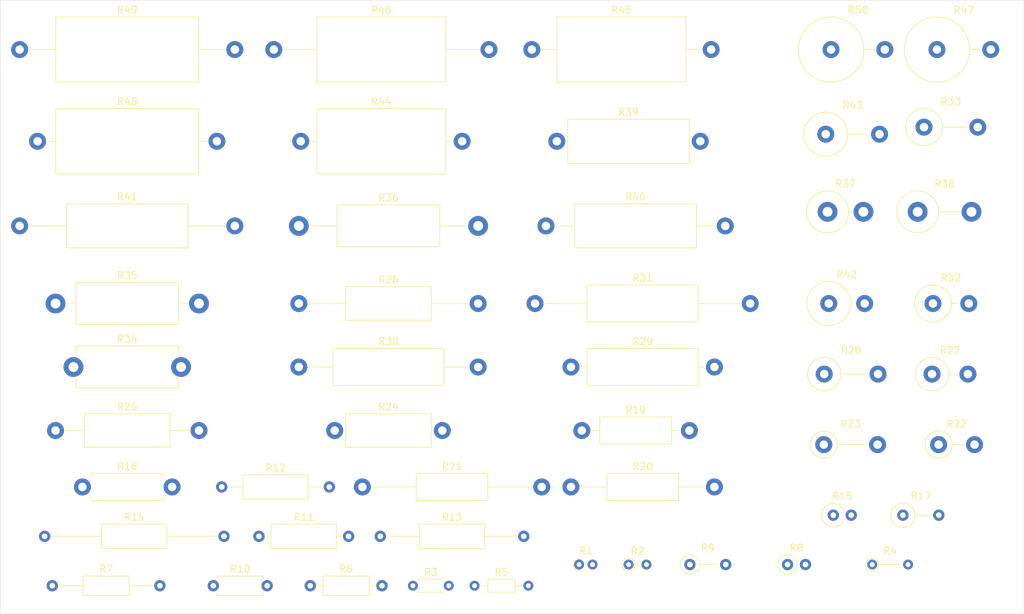
<source format=kicad_pcb>
(kicad_pcb (version 20221018) (generator pcbnew)
  (layers (0 "F.Cu" signal) (31 "B.Cu" signal) (34 "B.Paste" user) (35 "F.Paste" user) (36 "B.SilkS" user "B.Silkscreen") (37 "F.SilkS" user "F.Silkscreen") (38 "B.Mask" user) (39 "F.Mask" user) (44 "Edge.Cuts" user))
  (net 0 "")
  (footprint "Resistor_THT:R_Axial_DIN0411_L9.9mm_D3.6mm_P7.62mm_Vertical" (layer "F.Cu") (at 153.65 83)
    (fp_text reference "R23" (at 3.81 -2.92) (layer "F.SilkS"))
    (fp_text value "680k")
    (fp_line (start 1.92 0) (end 6.12 0) (stroke (width 0.12)) (layer "F.SilkS"))
    (fp_circle (center 0 0) (end 1.92 0) (stroke (width 0.12)) (fill none) (layer "F.SilkS"))
    (pad "1" thru_hole circle (at 0 0) (size 2.4 2.4) (drill 1.2) (layers "*.Cu" "*.Mask"))
    (pad "2" thru_hole oval (at 7.62 0) (size 2.4 2.4) (drill 1.2) (layers "*.Cu" "*.Mask"))
  )
  (footprint "Resistor_THT:R_Axial_DIN0411_L9.9mm_D3.6mm_P15.24mm_Horizontal" (layer "F.Cu") (at 119.38 81)
    (fp_text reference "R19" (at 7.62 -2.92) (layer "F.SilkS"))
    (fp_text value "330")
    (fp_line (start 1.44 0) (end 2.55 0) (stroke (width 0.12)) (layer "F.SilkS"))
    (fp_line (start 2.55 -1.92) (end 2.55 1.92) (stroke (width 0.12)) (layer "F.SilkS"))
    (fp_line (start 2.55 1.92) (end 12.69 1.92) (stroke (width 0.12)) (layer "F.SilkS"))
    (fp_line (start 12.69 -1.92) (end 2.55 -1.92) (stroke (width 0.12)) (layer "F.SilkS"))
    (fp_line (start 12.69 1.92) (end 12.69 -1.92) (stroke (width 0.12)) (layer "F.SilkS"))
    (fp_line (start 13.8 0) (end 12.69 0) (stroke (width 0.12)) (layer "F.SilkS"))
    (pad "1" thru_hole circle (at 0 0) (size 2.4 2.4) (drill 1.2) (layers "*.Cu" "*.Mask"))
    (pad "2" thru_hole oval (at 15.24 0) (size 2.4 2.4) (drill 1.2) (layers "*.Cu" "*.Mask"))
  )
  (footprint "Resistor_THT:R_Axial_DIN0411_L9.9mm_D3.6mm_P25.40mm_Horizontal" (layer "F.Cu") (at 88.3 89)
    (fp_text reference "R21" (at 12.7 -2.92) (layer "F.SilkS"))
    (fp_text value "1k5")
    (fp_line (start 1.44 0) (end 7.63 0) (stroke (width 0.12)) (layer "F.SilkS"))
    (fp_line (start 7.63 -1.92) (end 7.63 1.92) (stroke (width 0.12)) (layer "F.SilkS"))
    (fp_line (start 7.63 1.92) (end 17.77 1.92) (stroke (width 0.12)) (layer "F.SilkS"))
    (fp_line (start 17.77 -1.92) (end 7.63 -1.92) (stroke (width 0.12)) (layer "F.SilkS"))
    (fp_line (start 17.77 1.92) (end 17.77 -1.92) (stroke (width 0.12)) (layer "F.SilkS"))
    (fp_line (start 23.96 0) (end 17.77 0) (stroke (width 0.12)) (layer "F.SilkS"))
    (pad "1" thru_hole circle (at 0 0) (size 2.4 2.4) (drill 1.2) (layers "*.Cu" "*.Mask"))
    (pad "2" thru_hole oval (at 25.4 0) (size 2.4 2.4) (drill 1.2) (layers "*.Cu" "*.Mask"))
  )
  (footprint "Resistor_THT:R_Axial_DIN0414_L11.9mm_D4.5mm_P25.40mm_Horizontal" (layer "F.Cu") (at 79.3 63)
    (fp_text reference "R26" (at 12.7 -3.37) (layer "F.SilkS"))
    (fp_text value "0.01")
    (fp_line (start 1.44 0) (end 6.63 0) (stroke (width 0.12)) (layer "F.SilkS"))
    (fp_line (start 6.63 -2.37) (end 6.63 2.37) (stroke (width 0.12)) (layer "F.SilkS"))
    (fp_line (start 6.63 2.37) (end 18.77 2.37) (stroke (width 0.12)) (layer "F.SilkS"))
    (fp_line (start 18.77 -2.37) (end 6.63 -2.37) (stroke (width 0.12)) (layer "F.SilkS"))
    (fp_line (start 18.77 2.37) (end 18.77 -2.37) (stroke (width 0.12)) (layer "F.SilkS"))
    (fp_line (start 23.96 0) (end 18.77 0) (stroke (width 0.12)) (layer "F.SilkS"))
    (pad "1" thru_hole circle (at 0 0) (size 2.4 2.4) (drill 1.2) (layers "*.Cu" "*.Mask"))
    (pad "2" thru_hole oval (at 25.4 0) (size 2.4 2.4) (drill 1.2) (layers "*.Cu" "*.Mask"))
  )
  (footprint "Resistor_THT:R_Axial_DIN0204_L3.6mm_D1.6mm_P2.54mm_Vertical" (layer "F.Cu") (at 126 100)
    (fp_text reference "R2" (at 1.27 -1.92) (layer "F.SilkS"))
    (fp_text value "0R12")
    (fp_line (start 0.92 0) (end 1.54 0) (stroke (width 0.12)) (layer "F.SilkS"))
    (fp_circle (center 0 0) (end 0.92 0) (stroke (width 0.12)) (fill none) (layer "F.SilkS"))
    (pad "1" thru_hole circle (at 0 0) (size 1.4 1.4) (drill 0.7) (layers "*.Cu" "*.Mask"))
    (pad "2" thru_hole oval (at 2.54 0) (size 1.4 1.4) (drill 0.7) (layers "*.Cu" "*.Mask"))
  )
  (footprint "Resistor_THT:R_Axial_DIN0204_L3.6mm_D1.6mm_P1.90mm_Vertical" (layer "F.Cu") (at 119 100)
    (fp_text reference "R1" (at 0.95 -1.92) (layer "F.SilkS"))
    (fp_text value "0.01")
    (fp_arc (start 0.320095 0.749359) (mid -0.813042 -0.054435) (end 0.417133 -0.7) (stroke (width 0.12)) (layer "F.SilkS"))
    (pad "1" thru_hole circle (at 0 0) (size 1.4 1.4) (drill 0.7) (layers "*.Cu" "*.Mask"))
    (pad "2" thru_hole oval (at 1.9 0) (size 1.4 1.4) (drill 0.7) (layers "*.Cu" "*.Mask"))
  )
  (footprint "Resistor_THT:R_Axial_DIN0411_L9.9mm_D3.6mm_P20.32mm_Horizontal" (layer "F.Cu") (at 117.84 89)
    (fp_text reference "R20" (at 10.16 -2.92) (layer "F.SilkS"))
    (fp_text value "220")
    (fp_line (start 1.44 0) (end 5.09 0) (stroke (width 0.12)) (layer "F.SilkS"))
    (fp_line (start 5.09 -1.92) (end 5.09 1.92) (stroke (width 0.12)) (layer "F.SilkS"))
    (fp_line (start 5.09 1.92) (end 15.23 1.92) (stroke (width 0.12)) (layer "F.SilkS"))
    (fp_line (start 15.23 -1.92) (end 5.09 -1.92) (stroke (width 0.12)) (layer "F.SilkS"))
    (fp_line (start 15.23 1.92) (end 15.23 -1.92) (stroke (width 0.12)) (layer "F.SilkS"))
    (fp_line (start 18.88 0) (end 15.23 0) (stroke (width 0.12)) (layer "F.SilkS"))
    (pad "1" thru_hole circle (at 0 0) (size 2.4 2.4) (drill 1.2) (layers "*.Cu" "*.Mask"))
    (pad "2" thru_hole oval (at 20.32 0) (size 2.4 2.4) (drill 1.2) (layers "*.Cu" "*.Mask"))
  )
  (footprint "Resistor_THT:R_Axial_DIN0309_L9.0mm_D3.2mm_P20.32mm_Horizontal" (layer "F.Cu") (at 90.84 96)
    (fp_text reference "R13" (at 10.16 -2.72) (layer "F.SilkS"))
    (fp_text value "91.2G")
    (fp_line (start 1.04 0) (end 5.54 0) (stroke (width 0.12)) (layer "F.SilkS"))
    (fp_line (start 5.54 -1.72) (end 5.54 1.72) (stroke (width 0.12)) (layer "F.SilkS"))
    (fp_line (start 5.54 1.72) (end 14.78 1.72) (stroke (width 0.12)) (layer "F.SilkS"))
    (fp_line (start 14.78 -1.72) (end 5.54 -1.72) (stroke (width 0.12)) (layer "F.SilkS"))
    (fp_line (start 14.78 1.72) (end 14.78 -1.72) (stroke (width 0.12)) (layer "F.SilkS"))
    (fp_line (start 19.28 0) (end 14.78 0) (stroke (width 0.12)) (layer "F.SilkS"))
    (pad "1" thru_hole circle (at 0 0) (size 1.6 1.6) (drill 0.8) (layers "*.Cu" "*.Mask"))
    (pad "2" thru_hole oval (at 20.32 0) (size 1.6 1.6) (drill 0.8) (layers "*.Cu" "*.Mask"))
  )
  (footprint "Resistor_THT:R_Axial_DIN0207_L6.3mm_D2.5mm_P7.62mm_Horizontal" (layer "F.Cu") (at 67.19 103)
    (fp_text reference "R10" (at 3.81 -2.37) (layer "F.SilkS"))
    (fp_text value "78.9M")
    (fp_line (start 0.54 -1.37) (end 7.08 -1.37) (stroke (width 0.12)) (layer "F.SilkS"))
    (fp_line (start 0.54 -1.04) (end 0.54 -1.37) (stroke (width 0.12)) (layer "F.SilkS"))
    (fp_line (start 0.54 1.04) (end 0.54 1.37) (stroke (width 0.12)) (layer "F.SilkS"))
    (fp_line (start 0.54 1.37) (end 7.08 1.37) (stroke (width 0.12)) (layer "F.SilkS"))
    (fp_line (start 7.08 -1.37) (end 7.08 -1.04) (stroke (width 0.12)) (layer "F.SilkS"))
    (fp_line (start 7.08 1.37) (end 7.08 1.04) (stroke (width 0.12)) (layer "F.SilkS"))
    (pad "1" thru_hole circle (at 0 0) (size 1.6 1.6) (drill 0.8) (layers "*.Cu" "*.Mask"))
    (pad "2" thru_hole oval (at 7.62 0) (size 1.6 1.6) (drill 0.8) (layers "*.Cu" "*.Mask"))
  )
  (footprint "Resistor_THT:R_Axial_DIN0617_L17.0mm_D6.0mm_P20.32mm_Horizontal" (layer "F.Cu") (at 115.84 40)
    (fp_text reference "R39" (at 10.16 -4.12) (layer "F.SilkS"))
    (fp_text value "678.9G")
    (fp_line (start 1.44 0) (end 1.54 0) (stroke (width 0.12)) (layer "F.SilkS"))
    (fp_line (start 1.54 -3.12) (end 1.54 3.12) (stroke (width 0.12)) (layer "F.SilkS"))
    (fp_line (start 1.54 3.12) (end 18.78 3.12) (stroke (width 0.12)) (layer "F.SilkS"))
    (fp_line (start 18.78 -3.12) (end 1.54 -3.12) (stroke (width 0.12)) (layer "F.SilkS"))
    (fp_line (start 18.78 3.12) (end 18.78 -3.12) (stroke (width 0.12)) (layer "F.SilkS"))
    (fp_line (start 18.88 0) (end 18.78 0) (stroke (width 0.12)) (layer "F.SilkS"))
    (pad "1" thru_hole circle (at 0 0) (size 2.4 2.4) (drill 1.2) (layers "*.Cu" "*.Mask"))
    (pad "2" thru_hole oval (at 20.32 0) (size 2.4 2.4) (drill 1.2) (layers "*.Cu" "*.Mask"))
  )
  (footprint "Resistor_THT:R_Axial_DIN0414_L11.9mm_D4.5mm_P20.32mm_Horizontal" (layer "F.Cu") (at 44.84 81)
    (fp_text reference "R25" (at 10.16 -3.37) (layer "F.SilkS"))
    (fp_text value "33k")
    (fp_line (start 1.44 0) (end 4.09 0) (stroke (width 0.12)) (layer "F.SilkS"))
    (fp_line (start 4.09 -2.37) (end 4.09 2.37) (stroke (width 0.12)) (layer "F.SilkS"))
    (fp_line (start 4.09 2.37) (end 16.23 2.37) (stroke (width 0.12)) (layer "F.SilkS"))
    (fp_line (start 16.23 -2.37) (end 4.09 -2.37) (stroke (width 0.12)) (layer "F.SilkS"))
    (fp_line (start 16.23 2.37) (end 16.23 -2.37) (stroke (width 0.12)) (layer "F.SilkS"))
    (fp_line (start 18.88 0) (end 16.23 0) (stroke (width 0.12)) (layer "F.SilkS"))
    (pad "1" thru_hole circle (at 0 0) (size 2.4 2.4) (drill 1.2) (layers "*.Cu" "*.Mask"))
    (pad "2" thru_hole oval (at 20.32 0) (size 2.4 2.4) (drill 1.2) (layers "*.Cu" "*.Mask"))
  )
  (footprint "Resistor_THT:R_Axial_DIN0414_L11.9mm_D4.5mm_P15.24mm_Horizontal" (layer "F.Cu") (at 84.38 81)
    (fp_text reference "R24" (at 7.62 -3.37) (layer "F.SilkS"))
    (fp_text value "1M")
    (fp_line (start 1.44 0) (end 1.55 0) (stroke (width 0.12)) (layer "F.SilkS"))
    (fp_line (start 1.55 -2.37) (end 1.55 2.37) (stroke (width 0.12)) (layer "F.SilkS"))
    (fp_line (start 1.55 2.37) (end 13.69 2.37) (stroke (width 0.12)) (layer "F.SilkS"))
    (fp_line (start 13.69 -2.37) (end 1.55 -2.37) (stroke (width 0.12)) (layer "F.SilkS"))
    (fp_line (start 13.69 2.37) (end 13.69 -2.37) (stroke (width 0.12)) (layer "F.SilkS"))
    (fp_line (start 13.8 0) (end 13.69 0) (stroke (width 0.12)) (layer "F.SilkS"))
    (pad "1" thru_hole circle (at 0 0) (size 2.4 2.4) (drill 1.2) (layers "*.Cu" "*.Mask"))
    (pad "2" thru_hole oval (at 15.24 0) (size 2.4 2.4) (drill 1.2) (layers "*.Cu" "*.Mask"))
  )
  (footprint "Resistor_THT:R_Axial_DIN0516_L15.5mm_D5.0mm_P30.48mm_Horizontal" (layer "F.Cu") (at 112.755 63)
    (fp_text reference "R31" (at 15.24 -3.62) (layer "F.SilkS"))
    (fp_text value "5678")
    (fp_line (start 1.44 0) (end 7.37 0) (stroke (width 0.12)) (layer "F.SilkS"))
    (fp_line (start 7.37 -2.62) (end 7.37 2.62) (stroke (width 0.12)) (layer "F.SilkS"))
    (fp_line (start 7.37 2.62) (end 23.11 2.62) (stroke (width 0.12)) (layer "F.SilkS"))
    (fp_line (start 23.11 -2.62) (end 7.37 -2.62) (stroke (width 0.12)) (layer "F.SilkS"))
    (fp_line (start 23.11 2.62) (end 23.11 -2.62) (stroke (width 0.12)) (layer "F.SilkS"))
    (fp_line (start 29.04 0) (end 23.11 0) (stroke (width 0.12)) (layer "F.SilkS"))
    (pad "1" thru_hole circle (at 0 0) (size 2.4 2.4) (drill 1.2) (layers "*.Cu" "*.Mask"))
    (pad "2" thru_hole oval (at 30.48 0) (size 2.4 2.4) (drill 1.2) (layers "*.Cu" "*.Mask"))
  )
  (footprint "Resistor_THT:R_Axial_DIN0207_L6.3mm_D2.5mm_P10.16mm_Horizontal" (layer "F.Cu") (at 80.92 103)
    (fp_text reference "R6" (at 5.08 -2.37) (layer "F.SilkS"))
    (fp_text value "3k45")
    (fp_line (start 1.04 0) (end 1.81 0) (stroke (width 0.12)) (layer "F.SilkS"))
    (fp_line (start 1.81 -1.37) (end 1.81 1.37) (stroke (width 0.12)) (layer "F.SilkS"))
    (fp_line (start 1.81 1.37) (end 8.35 1.37) (stroke (width 0.12)) (layer "F.SilkS"))
    (fp_line (start 8.35 -1.37) (end 1.81 -1.37) (stroke (width 0.12)) (layer "F.SilkS"))
    (fp_line (start 8.35 1.37) (end 8.35 -1.37) (stroke (width 0.12)) (layer "F.SilkS"))
    (fp_line (start 9.12 0) (end 8.35 0) (stroke (width 0.12)) (layer "F.SilkS"))
    (pad "1" thru_hole circle (at 0 0) (size 1.6 1.6) (drill 0.8) (layers "*.Cu" "*.Mask"))
    (pad "2" thru_hole oval (at 10.16 0) (size 1.6 1.6) (drill 0.8) (layers "*.Cu" "*.Mask"))
  )
  (footprint "Resistor_THT:R_Axial_DIN0411_L9.9mm_D3.6mm_P12.70mm_Horizontal" (layer "F.Cu") (at 48.65 89)
    (fp_text reference "R18" (at 6.35 -2.92) (layer "F.SilkS"))
    (fp_text value "68k")
    (fp_line (start 1.28 -1.92) (end 11.42 -1.92) (stroke (width 0.12)) (layer "F.SilkS"))
    (fp_line (start 1.28 -1.44) (end 1.28 -1.92) (stroke (width 0.12)) (layer "F.SilkS"))
    (fp_line (start 1.28 1.44) (end 1.28 1.92) (stroke (width 0.12)) (layer "F.SilkS"))
    (fp_line (start 1.28 1.92) (end 11.42 1.92) (stroke (width 0.12)) (layer "F.SilkS"))
    (fp_line (start 11.42 -1.92) (end 11.42 -1.44) (stroke (width 0.12)) (layer "F.SilkS"))
    (fp_line (start 11.42 1.92) (end 11.42 1.44) (stroke (width 0.12)) (layer "F.SilkS"))
    (pad "1" thru_hole circle (at 0 0) (size 2.4 2.4) (drill 1.2) (layers "*.Cu" "*.Mask"))
    (pad "2" thru_hole oval (at 12.7 0) (size 2.4 2.4) (drill 1.2) (layers "*.Cu" "*.Mask"))
  )
  (footprint "Resistor_THT:R_Axial_DIN0918_L18.0mm_D9.0mm_P25.40mm_Horizontal" (layer "F.Cu") (at 112.3 27)
    (fp_text reference "R45" (at 12.7 -5.62) (layer "F.SilkS"))
    (fp_text value "23.4")
    (fp_line (start 1.44 0) (end 3.58 0) (stroke (width 0.12)) (layer "F.SilkS"))
    (fp_line (start 3.58 -4.62) (end 3.58 4.62) (stroke (width 0.12)) (layer "F.SilkS"))
    (fp_line (start 3.58 4.62) (end 21.82 4.62) (stroke (width 0.12)) (layer "F.SilkS"))
    (fp_line (start 21.82 -4.62) (end 3.58 -4.62) (stroke (width 0.12)) (layer "F.SilkS"))
    (fp_line (start 21.82 4.62) (end 21.82 -4.62) (stroke (width 0.12)) (layer "F.SilkS"))
    (fp_line (start 23.96 0) (end 21.82 0) (stroke (width 0.12)) (layer "F.SilkS"))
    (pad "1" thru_hole circle (at 0 0) (size 2.4 2.4) (drill 1.2) (layers "*.Cu" "*.Mask"))
    (pad "2" thru_hole oval (at 25.4 0) (size 2.4 2.4) (drill 1.2) (layers "*.Cu" "*.Mask"))
  )
  (footprint "Resistor_THT:R_Axial_DIN0516_L15.5mm_D5.0mm_P25.40mm_Horizontal" (layer "F.Cu") (at 79.3 72)
    (fp_text reference "R30" (at 12.7 -3.62) (layer "F.SilkS"))
    (fp_text value "567.8")
    (fp_line (start 1.44 0) (end 4.83 0) (stroke (width 0.12)) (layer "F.SilkS"))
    (fp_line (start 4.83 -2.62) (end 4.83 2.62) (stroke (width 0.12)) (layer "F.SilkS"))
    (fp_line (start 4.83 2.62) (end 20.57 2.62) (stroke (width 0.12)) (layer "F.SilkS"))
    (fp_line (start 20.57 -2.62) (end 4.83 -2.62) (stroke (width 0.12)) (layer "F.SilkS"))
    (fp_line (start 20.57 2.62) (end 20.57 -2.62) (stroke (width 0.12)) (layer "F.SilkS"))
    (fp_line (start 23.96 0) (end 20.57 0) (stroke (width 0.12)) (layer "F.SilkS"))
    (pad "1" thru_hole circle (at 0 0) (size 2.4 2.4) (drill 1.2) (layers "*.Cu" "*.Mask"))
    (pad "2" thru_hole oval (at 25.4 0) (size 2.4 2.4) (drill 1.2) (layers "*.Cu" "*.Mask"))
  )
  (footprint "Resistor_THT:R_Axial_DIN0614_L14.3mm_D5.7mm_P7.62mm_Vertical" (layer "F.Cu") (at 166.95 50)
    (fp_text reference "R38" (at 3.81 -3.97) (layer "F.SilkS"))
    (fp_text value "67.89G")
    (fp_line (start 2.97 0) (end 5.92 0) (stroke (width 0.12)) (layer "F.SilkS"))
    (fp_circle (center 0 0) (end 2.97 0) (stroke (width 0.12)) (fill none) (layer "F.SilkS"))
    (pad "1" thru_hole circle (at 0 0) (size 2.8 2.8) (drill 1.4) (layers "*.Cu" "*.Mask"))
    (pad "2" thru_hole oval (at 7.62 0) (size 2.8 2.8) (drill 1.4) (layers "*.Cu" "*.Mask"))
  )
  (footprint "Resistor_THT:R_Axial_DIN0617_L17.0mm_D6.0mm_P7.62mm_Vertical" (layer "F.Cu") (at 153.93 39)
    (fp_text reference "R43" (at 3.81 -4.12) (layer "F.SilkS"))
    (fp_text value "511k")
    (fp_line (start 3.12 0) (end 6.12 0) (stroke (width 0.12)) (layer "F.SilkS"))
    (fp_circle (center 0 0) (end 3.12 0) (stroke (width 0.12)) (fill none) (layer "F.SilkS"))
    (pad "1" thru_hole circle (at 0 0) (size 2.4 2.4) (drill 1.2) (layers "*.Cu" "*.Mask"))
    (pad "2" thru_hole oval (at 7.62 0) (size 2.4 2.4) (drill 1.2) (layers "*.Cu" "*.Mask"))
  )
  (footprint "Resistor_THT:R_Axial_DIN0614_L14.3mm_D5.7mm_P5.08mm_Vertical" (layer "F.Cu") (at 154.185 50)
    (fp_text reference "R37" (at 2.54 -3.97) (layer "F.SilkS"))
    (fp_text value "6.789G")
    (fp_line (start 2.97 0) (end 3.38 0) (stroke (width 0.12)) (layer "F.SilkS"))
    (fp_circle (center 0 0) (end 2.97 0) (stroke (width 0.12)) (fill none) (layer "F.SilkS"))
    (pad "1" thru_hole circle (at 0 0) (size 2.8 2.8) (drill 1.4) (layers "*.Cu" "*.Mask"))
    (pad "2" thru_hole oval (at 5.08 0) (size 2.8 2.8) (drill 1.4) (layers "*.Cu" "*.Mask"))
  )
  (footprint "Resistor_THT:R_Axial_DIN0309_L9.0mm_D3.2mm_P15.24mm_Horizontal" (layer "F.Cu") (at 68.38 89)
    (fp_text reference "R12" (at 7.62 -2.72) (layer "F.SilkS"))
    (fp_text value "9.12G")
    (fp_line (start 1.04 0) (end 3 0) (stroke (width 0.12)) (layer "F.SilkS"))
    (fp_line (start 3 -1.72) (end 3 1.72) (stroke (width 0.12)) (layer "F.SilkS"))
    (fp_line (start 3 1.72) (end 12.24 1.72) (stroke (width 0.12)) (layer "F.SilkS"))
    (fp_line (start 12.24 -1.72) (end 3 -1.72) (stroke (width 0.12)) (layer "F.SilkS"))
    (fp_line (start 12.24 1.72) (end 12.24 -1.72) (stroke (width 0.12)) (layer "F.SilkS"))
    (fp_line (start 14.2 0) (end 12.24 0) (stroke (width 0.12)) (layer "F.SilkS"))
    (pad "1" thru_hole circle (at 0 0) (size 1.6 1.6) (drill 0.8) (layers "*.Cu" "*.Mask"))
    (pad "2" thru_hole oval (at 15.24 0) (size 1.6 1.6) (drill 0.8) (layers "*.Cu" "*.Mask"))
  )
  (footprint "Resistor_THT:R_Axial_DIN0207_L6.3mm_D2.5mm_P5.08mm_Vertical" (layer "F.Cu") (at 134.685 100)
    (fp_text reference "R9" (at 2.54 -2.37) (layer "F.SilkS"))
    (fp_text value "6M87")
    (fp_line (start 1.37 0) (end 3.98 0) (stroke (width 0.12)) (layer "F.SilkS"))
    (fp_circle (center 0 0) (end 1.37 0) (stroke (width 0.12)) (fill none) (layer "F.SilkS"))
    (pad "1" thru_hole circle (at 0 0) (size 1.6 1.6) (drill 0.8) (layers "*.Cu" "*.Mask"))
    (pad "2" thru_hole oval (at 5.08 0) (size 1.6 1.6) (drill 0.8) (layers "*.Cu" "*.Mask"))
  )
  (footprint "Resistor_THT:R_Axial_DIN0414_L11.9mm_D4.5mm_P7.62mm_Vertical" (layer "F.Cu") (at 153.715 73)
    (fp_text reference "R28" (at 3.81 -3.37) (layer "F.SilkS"))
    (fp_text value "1.23")
    (fp_line (start 2.37 0) (end 6.12 0) (stroke (width 0.12)) (layer "F.SilkS"))
    (fp_circle (center 0 0) (end 2.37 0) (stroke (width 0.12)) (fill none) (layer "F.SilkS"))
    (pad "1" thru_hole circle (at 0 0) (size 2.4 2.4) (drill 1.2) (layers "*.Cu" "*.Mask"))
    (pad "2" thru_hole oval (at 7.62 0) (size 2.4 2.4) (drill 1.2) (layers "*.Cu" "*.Mask"))
  )
  (footprint "Resistor_THT:R_Axial_DIN0922_L20.0mm_D9.0mm_P7.62mm_Vertical" (layer "F.Cu") (at 154.68 27)
    (fp_text reference "R50" (at 3.81 -5.62) (layer "F.SilkS"))
    (fp_text value "2340000")
    (fp_line (start 4.62 0) (end 6.12 0) (stroke (width 0.12)) (layer "F.SilkS"))
    (fp_circle (center 0 0) (end 4.62 0) (stroke (width 0.12)) (fill none) (layer "F.SilkS"))
    (pad "1" thru_hole circle (at 0 0) (size 2.4 2.4) (drill 1.2) (layers "*.Cu" "*.Mask"))
    (pad "2" thru_hole oval (at 7.62 0) (size 2.4 2.4) (drill 1.2) (layers "*.Cu" "*.Mask"))
  )
  (footprint "Resistor_THT:R_Axial_DIN0204_L3.6mm_D1.6mm_P7.62mm_Horizontal" (layer "F.Cu") (at 104.19 103)
    (fp_text reference "R5" (at 3.81 -1.92) (layer "F.SilkS"))
    (fp_text value "345")
    (fp_line (start 0.94 0) (end 1.89 0) (stroke (width 0.12)) (layer "F.SilkS"))
    (fp_line (start 1.89 -0.92) (end 1.89 0.92) (stroke (width 0.12)) (layer "F.SilkS"))
    (fp_line (start 1.89 0.92) (end 5.73 0.92) (stroke (width 0.12)) (layer "F.SilkS"))
    (fp_line (start 5.73 -0.92) (end 1.89 -0.92) (stroke (width 0.12)) (layer "F.SilkS"))
    (fp_line (start 5.73 0.92) (end 5.73 -0.92) (stroke (width 0.12)) (layer "F.SilkS"))
    (fp_line (start 6.68 0) (end 5.73 0) (stroke (width 0.12)) (layer "F.SilkS"))
    (pad "1" thru_hole circle (at 0 0) (size 1.4 1.4) (drill 0.7) (layers "*.Cu" "*.Mask"))
    (pad "2" thru_hole oval (at 7.62 0) (size 1.4 1.4) (drill 0.7) (layers "*.Cu" "*.Mask"))
  )
  (footprint "Resistor_THT:R_Axial_DIN0614_L14.3mm_D5.7mm_P15.24mm_Horizontal" (layer "F.Cu") (at 47.38 72)
    (fp_text reference "R34" (at 7.62 -3.97) (layer "F.SilkS"))
    (fp_text value "6789000")
    (fp_line (start 0.35 -2.97) (end 14.89 -2.97) (stroke (width 0.12)) (layer "F.SilkS"))
    (fp_line (start 0.35 -1.64) (end 0.35 -2.97) (stroke (width 0.12)) (layer "F.SilkS"))
    (fp_line (start 0.35 1.64) (end 0.35 2.97) (stroke (width 0.12)) (layer "F.SilkS"))
    (fp_line (start 0.35 2.97) (end 14.89 2.97) (stroke (width 0.12)) (layer "F.SilkS"))
    (fp_line (start 14.89 -2.97) (end 14.89 -1.64) (stroke (width 0.12)) (layer "F.SilkS"))
    (fp_line (start 14.89 2.97) (end 14.89 1.64) (stroke (width 0.12)) (layer "F.SilkS"))
    (pad "1" thru_hole circle (at 0 0) (size 2.8 2.8) (drill 1.4) (layers "*.Cu" "*.Mask"))
    (pad "2" thru_hole oval (at 15.24 0) (size 2.8 2.8) (drill 1.4) (layers "*.Cu" "*.Mask"))
  )
  (footprint "Resistor_THT:R_Axial_DIN0614_L14.3mm_D5.7mm_P20.32mm_Horizontal" (layer "F.Cu") (at 44.84 63)
    (fp_text reference "R35" (at 10.16 -3.97) (layer "F.SilkS"))
    (fp_text value "67890000")
    (fp_line (start 1.64 0) (end 2.89 0) (stroke (width 0.12)) (layer "F.SilkS"))
    (fp_line (start 2.89 -2.97) (end 2.89 2.97) (stroke (width 0.12)) (layer "F.SilkS"))
    (fp_line (start 2.89 2.97) (end 17.43 2.97) (stroke (width 0.12)) (layer "F.SilkS"))
    (fp_line (start 17.43 -2.97) (end 2.89 -2.97) (stroke (width 0.12)) (layer "F.SilkS"))
    (fp_line (start 17.43 2.97) (end 17.43 -2.97) (stroke (width 0.12)) (layer "F.SilkS"))
    (fp_line (start 18.68 0) (end 17.43 0) (stroke (width 0.12)) (layer "F.SilkS"))
    (pad "1" thru_hole circle (at 0 0) (size 2.8 2.8) (drill 1.4) (layers "*.Cu" "*.Mask"))
    (pad "2" thru_hole oval (at 20.32 0) (size 2.8 2.8) (drill 1.4) (layers "*.Cu" "*.Mask"))
  )
  (footprint "Resistor_THT:R_Axial_DIN0516_L15.5mm_D5.0mm_P7.62mm_Vertical" (layer "F.Cu") (at 167.84 38)
    (fp_text reference "R33" (at 3.81 -3.62) (layer "F.SilkS"))
    (fp_text value "678900")
    (fp_line (start 2.62 0) (end 6.12 0) (stroke (width 0.12)) (layer "F.SilkS"))
    (fp_circle (center 0 0) (end 2.62 0) (stroke (width 0.12)) (fill none) (layer "F.SilkS"))
    (pad "1" thru_hole circle (at 0 0) (size 2.4 2.4) (drill 1.2) (layers "*.Cu" "*.Mask"))
    (pad "2" thru_hole oval (at 7.62 0) (size 2.4 2.4) (drill 1.2) (layers "*.Cu" "*.Mask"))
  )
  (footprint "Resistor_THT:R_Axial_DIN0207_L6.3mm_D2.5mm_P2.54mm_Vertical" (layer "F.Cu") (at 148.52 100)
    (fp_text reference "R8" (at 1.27 -2.37) (layer "F.SilkS"))
    (fp_text value "687K")
    (fp_line (start 1.37 0) (end 1.44 0) (stroke (width 0.12)) (layer "F.SilkS"))
    (fp_circle (center 0 0) (end 1.37 0) (stroke (width 0.12)) (fill none) (layer "F.SilkS"))
    (pad "1" thru_hole circle (at 0 0) (size 1.6 1.6) (drill 0.8) (layers "*.Cu" "*.Mask"))
    (pad "2" thru_hole oval (at 2.54 0) (size 1.6 1.6) (drill 0.8) (layers "*.Cu" "*.Mask"))
  )
  (footprint "Resistor_THT:R_Axial_DIN0516_L15.5mm_D5.0mm_P20.32mm_Horizontal" (layer "F.Cu") (at 117.84 72)
    (fp_text reference "R29" (at 10.16 -3.62) (layer "F.SilkS"))
    (fp_text value "12.34")
    (fp_line (start 1.44 0) (end 2.29 0) (stroke (width 0.12)) (layer "F.SilkS"))
    (fp_line (start 2.29 -2.62) (end 2.29 2.62) (stroke (width 0.12)) (layer "F.SilkS"))
    (fp_line (start 2.29 2.62) (end 18.03 2.62) (stroke (width 0.12)) (layer "F.SilkS"))
    (fp_line (start 18.03 -2.62) (end 2.29 -2.62) (stroke (width 0.12)) (layer "F.SilkS"))
    (fp_line (start 18.03 2.62) (end 18.03 -2.62) (stroke (width 0.12)) (layer "F.SilkS"))
    (fp_line (start 18.88 0) (end 18.03 0) (stroke (width 0.12)) (layer "F.SilkS"))
    (pad "1" thru_hole circle (at 0 0) (size 2.4 2.4) (drill 1.2) (layers "*.Cu" "*.Mask"))
    (pad "2" thru_hole oval (at 20.32 0) (size 2.4 2.4) (drill 1.2) (layers "*.Cu" "*.Mask"))
  )
  (footprint "Resistor_THT:R_Axial_DIN0918_L18.0mm_D9.0mm_P22.86mm_Horizontal" (layer "F.Cu") (at 79.57 40)
    (fp_text reference "R44" (at 11.43 -5.62) (layer "F.SilkS"))
    (fp_text value "2.34")
    (fp_line (start 1.44 0) (end 2.31 0) (stroke (width 0.12)) (layer "F.SilkS"))
    (fp_line (start 2.31 -4.62) (end 2.31 4.62) (stroke (width 0.12)) (layer "F.SilkS"))
    (fp_line (start 2.31 4.62) (end 20.55 4.62) (stroke (width 0.12)) (layer "F.SilkS"))
    (fp_line (start 20.55 -4.62) (end 2.31 -4.62) (stroke (width 0.12)) (layer "F.SilkS"))
    (fp_line (start 20.55 4.62) (end 20.55 -4.62) (stroke (width 0.12)) (layer "F.SilkS"))
    (fp_line (start 21.42 0) (end 20.55 0) (stroke (width 0.12)) (layer "F.SilkS"))
    (pad "1" thru_hole circle (at 0 0) (size 2.4 2.4) (drill 1.2) (layers "*.Cu" "*.Mask"))
    (pad "2" thru_hole oval (at 22.86 0) (size 2.4 2.4) (drill 1.2) (layers "*.Cu" "*.Mask"))
  )
  (footprint "Resistor_THT:R_Axial_DIN0309_L9.0mm_D3.2mm_P5.08mm_Vertical" (layer "F.Cu") (at 164.86 93)
    (fp_text reference "R17" (at 2.54 -2.72) (layer "F.SilkS"))
    (fp_text value "4k7")
    (fp_line (start 1.72 0) (end 3.98 0) (stroke (width 0.12)) (layer "F.SilkS"))
    (fp_circle (center 0 0) (end 1.72 0) (stroke (width 0.12)) (fill none) (layer "F.SilkS"))
    (pad "1" thru_hole circle (at 0 0) (size 1.6 1.6) (drill 0.8) (layers "*.Cu" "*.Mask"))
    (pad "2" thru_hole oval (at 5.08 0) (size 1.6 1.6) (drill 0.8) (layers "*.Cu" "*.Mask"))
  )
  (footprint "Resistor_THT:R_Axial_DIN0617_L17.0mm_D6.0mm_P25.40mm_Horizontal" (layer "F.Cu") (at 114.3 52)
    (fp_text reference "R40" (at 12.7 -4.12) (layer "F.SilkS"))
    (fp_text value "511")
    (fp_line (start 1.44 0) (end 4.08 0) (stroke (width 0.12)) (layer "F.SilkS"))
    (fp_line (start 4.08 -3.12) (end 4.08 3.12) (stroke (width 0.12)) (layer "F.SilkS"))
    (fp_line (start 4.08 3.12) (end 21.32 3.12) (stroke (width 0.12)) (layer "F.SilkS"))
    (fp_line (start 21.32 -3.12) (end 4.08 -3.12) (stroke (width 0.12)) (layer "F.SilkS"))
    (fp_line (start 21.32 3.12) (end 21.32 -3.12) (stroke (width 0.12)) (layer "F.SilkS"))
    (fp_line (start 23.96 0) (end 21.32 0) (stroke (width 0.12)) (layer "F.SilkS"))
    (pad "1" thru_hole circle (at 0 0) (size 2.4 2.4) (drill 1.2) (layers "*.Cu" "*.Mask"))
    (pad "2" thru_hole oval (at 25.4 0) (size 2.4 2.4) (drill 1.2) (layers "*.Cu" "*.Mask"))
  )
  (footprint "Resistor_THT:R_Axial_DIN0516_L15.5mm_D5.0mm_P5.08mm_Vertical" (layer "F.Cu") (at 169.11 63)
    (fp_text reference "R32" (at 2.54 -3.62) (layer "F.SilkS"))
    (fp_text value "67890")
    (fp_line (start 2.62 0) (end 3.58 0) (stroke (width 0.12)) (layer "F.SilkS"))
    (fp_circle (center 0 0) (end 2.62 0) (stroke (width 0.12)) (fill none) (layer "F.SilkS"))
    (pad "1" thru_hole circle (at 0 0) (size 2.4 2.4) (drill 1.2) (layers "*.Cu" "*.Mask"))
    (pad "2" thru_hole oval (at 5.08 0) (size 2.4 2.4) (drill 1.2) (layers "*.Cu" "*.Mask"))
  )
  (footprint "Resistor_THT:R_Axial_DIN0309_L9.0mm_D3.2mm_P25.40mm_Horizontal" (layer "F.Cu") (at 43.3 96)
    (fp_text reference "R14" (at 12.7 -2.72) (layer "F.SilkS"))
    (fp_text value "1k2")
    (fp_line (start 1.04 0) (end 8.08 0) (stroke (width 0.12)) (layer "F.SilkS"))
    (fp_line (start 8.08 -1.72) (end 8.08 1.72) (stroke (width 0.12)) (layer "F.SilkS"))
    (fp_line (start 8.08 1.72) (end 17.32 1.72) (stroke (width 0.12)) (layer "F.SilkS"))
    (fp_line (start 17.32 -1.72) (end 8.08 -1.72) (stroke (width 0.12)) (layer "F.SilkS"))
    (fp_line (start 17.32 1.72) (end 17.32 -1.72) (stroke (width 0.12)) (layer "F.SilkS"))
    (fp_line (start 24.36 0) (end 17.32 0) (stroke (width 0.12)) (layer "F.SilkS"))
    (pad "1" thru_hole circle (at 0 0) (size 1.6 1.6) (drill 0.8) (layers "*.Cu" "*.Mask"))
    (pad "2" thru_hole oval (at 25.4 0) (size 1.6 1.6) (drill 0.8) (layers "*.Cu" "*.Mask"))
  )
  (footprint "Resistor_THT:R_Axial_DIN0309_L9.0mm_D3.2mm_P12.70mm_Horizontal" (layer "F.Cu") (at 73.65 96)
    (fp_text reference "R11" (at 6.35 -2.72) (layer "F.SilkS"))
    (fp_text value "789M")
    (fp_line (start 1.04 0) (end 1.73 0) (stroke (width 0.12)) (layer "F.SilkS"))
    (fp_line (start 1.73 -1.72) (end 1.73 1.72) (stroke (width 0.12)) (layer "F.SilkS"))
    (fp_line (start 1.73 1.72) (end 10.97 1.72) (stroke (width 0.12)) (layer "F.SilkS"))
    (fp_line (start 10.97 -1.72) (end 1.73 -1.72) (stroke (width 0.12)) (layer "F.SilkS"))
    (fp_line (start 10.97 1.72) (end 10.97 -1.72) (stroke (width 0.12)) (layer "F.SilkS"))
    (fp_line (start 11.66 0) (end 10.97 0) (stroke (width 0.12)) (layer "F.SilkS"))
    (pad "1" thru_hole circle (at 0 0) (size 1.6 1.6) (drill 0.8) (layers "*.Cu" "*.Mask"))
    (pad "2" thru_hole oval (at 12.7 0) (size 1.6 1.6) (drill 0.8) (layers "*.Cu" "*.Mask"))
  )
  (footprint "Resistor_THT:R_Axial_DIN0922_L20.0mm_D9.0mm_P25.40mm_Horizontal" (layer "F.Cu") (at 42.3 40)
    (fp_text reference "R48" (at 12.7 -5.62) (layer "F.SilkS"))
    (fp_text value "23400")
    (fp_line (start 1.44 0) (end 2.58 0) (stroke (width 0.12)) (layer "F.SilkS"))
    (fp_line (start 2.58 -4.62) (end 2.58 4.62) (stroke (width 0.12)) (layer "F.SilkS"))
    (fp_line (start 2.58 4.62) (end 22.82 4.62) (stroke (width 0.12)) (layer "F.SilkS"))
    (fp_line (start 22.82 -4.62) (end 2.58 -4.62) (stroke (width 0.12)) (layer "F.SilkS"))
    (fp_line (start 22.82 4.62) (end 22.82 -4.62) (stroke (width 0.12)) (layer "F.SilkS"))
    (fp_line (start 23.96 0) (end 22.82 0) (stroke (width 0.12)) (layer "F.SilkS"))
    (pad "1" thru_hole circle (at 0 0) (size 2.4 2.4) (drill 1.2) (layers "*.Cu" "*.Mask"))
    (pad "2" thru_hole oval (at 25.4 0) (size 2.4 2.4) (drill 1.2) (layers "*.Cu" "*.Mask"))
  )
  (footprint "Resistor_THT:R_Axial_DIN0617_L17.0mm_D6.0mm_P5.08mm_Vertical" (layer "F.Cu") (at 154.36 63)
    (fp_text reference "R42" (at 2.54 -4.12) (layer "F.SilkS"))
    (fp_text value "51k1")
    (fp_line (start 3.12 0) (end 3.58 0) (stroke (width 0.12)) (layer "F.SilkS"))
    (fp_circle (center 0 0) (end 3.12 0) (stroke (width 0.12)) (fill none) (layer "F.SilkS"))
    (pad "1" thru_hole circle (at 0 0) (size 2.4 2.4) (drill 1.2) (layers "*.Cu" "*.Mask"))
    (pad "2" thru_hole oval (at 5.08 0) (size 2.4 2.4) (drill 1.2) (layers "*.Cu" "*.Mask"))
  )
  (footprint "Resistor_THT:R_Axial_DIN0309_L9.0mm_D3.2mm_P2.54mm_Vertical" (layer "F.Cu") (at 155 93)
    (fp_text reference "R15" (at 1.27 -2.72) (layer "F.SilkS"))
    (fp_text value "2k2")
    (fp_arc (start 1.344775 0.97138) (mid -1.655812 -0.101418) (end 1.453272 -0.8) (stroke (width 0.12)) (layer "F.SilkS"))
    (pad "1" thru_hole circle (at 0 0) (size 1.6 1.6) (drill 0.8) (layers "*.Cu" "*.Mask"))
    (pad "2" thru_hole oval (at 2.54 0) (size 1.6 1.6) (drill 0.8) (layers "*.Cu" "*.Mask"))
  )
  (footprint "Resistor_THT:R_Axial_DIN0414_L11.9mm_D4.5mm_P5.08mm_Vertical" (layer "F.Cu") (at 168.985 73)
    (fp_text reference "R27" (at 2.54 -3.37) (layer "F.SilkS"))
    (fp_text value "0.12")
    (fp_line (start 2.37 0) (end 3.58 0) (stroke (width 0.12)) (layer "F.SilkS"))
    (fp_circle (center 0 0) (end 2.37 0) (stroke (width 0.12)) (fill none) (layer "F.SilkS"))
    (pad "1" thru_hole circle (at 0 0) (size 2.4 2.4) (drill 1.2) (layers "*.Cu" "*.Mask"))
    (pad "2" thru_hole oval (at 5.08 0) (size 2.4 2.4) (drill 1.2) (layers "*.Cu" "*.Mask"))
  )
  (footprint "Resistor_THT:R_Axial_DIN0207_L6.3mm_D2.5mm_P15.24mm_Horizontal" (layer "F.Cu") (at 44.38 103)
    (fp_text reference "R7" (at 7.62 -2.37) (layer "F.SilkS"))
    (fp_text value "34.5k")
    (fp_line (start 1.04 0) (end 4.35 0) (stroke (width 0.12)) (layer "F.SilkS"))
    (fp_line (start 4.35 -1.37) (end 4.35 1.37) (stroke (width 0.12)) (layer "F.SilkS"))
    (fp_line (start 4.35 1.37) (end 10.89 1.37) (stroke (width 0.12)) (layer "F.SilkS"))
    (fp_line (start 10.89 -1.37) (end 4.35 -1.37) (stroke (width 0.12)) (layer "F.SilkS"))
    (fp_line (start 10.89 1.37) (end 10.89 -1.37) (stroke (width 0.12)) (layer "F.SilkS"))
    (fp_line (start 14.2 0) (end 10.89 0) (stroke (width 0.12)) (layer "F.SilkS"))
    (pad "1" thru_hole circle (at 0 0) (size 1.6 1.6) (drill 0.8) (layers "*.Cu" "*.Mask"))
    (pad "2" thru_hole oval (at 15.24 0) (size 1.6 1.6) (drill 0.8) (layers "*.Cu" "*.Mask"))
  )
  (footprint "Resistor_THT:R_Axial_DIN0204_L3.6mm_D1.6mm_P5.08mm_Horizontal" (layer "F.Cu") (at 95.46 103)
    (fp_text reference "R3" (at 2.54 -1.92) (layer "F.SilkS"))
    (fp_text value "1R23")
    (fp_line (start 0.62 -0.92) (end 4.46 -0.92) (stroke (width 0.12)) (layer "F.SilkS"))
    (fp_line (start 0.62 0.92) (end 4.46 0.92) (stroke (width 0.12)) (layer "F.SilkS"))
    (pad "1" thru_hole circle (at 0 0) (size 1.4 1.4) (drill 0.7) (layers "*.Cu" "*.Mask"))
    (pad "2" thru_hole oval (at 5.08 0) (size 1.4 1.4) (drill 0.7) (layers "*.Cu" "*.Mask"))
  )
  (footprint "Resistor_THT:R_Axial_DIN0204_L3.6mm_D1.6mm_P5.08mm_Vertical" (layer "F.Cu") (at 160.51 100)
    (fp_text reference "R4" (at 2.54 -1.92) (layer "F.SilkS"))
    (fp_text value "12.3R")
    (fp_line (start 0.92 0) (end 4.08 0) (stroke (width 0.12)) (layer "F.SilkS"))
    (fp_circle (center 0 0) (end 0.92 0) (stroke (width 0.12)) (fill none) (layer "F.SilkS"))
    (pad "1" thru_hole circle (at 0 0) (size 1.4 1.4) (drill 0.7) (layers "*.Cu" "*.Mask"))
    (pad "2" thru_hole oval (at 5.08 0) (size 1.4 1.4) (drill 0.7) (layers "*.Cu" "*.Mask"))
  )
  (footprint "Resistor_THT:R_Axial_DIN0617_L17.0mm_D6.0mm_P30.48mm_Horizontal" (layer "F.Cu") (at 39.755 52)
    (fp_text reference "R41" (at 15.24 -4.12) (layer "F.SilkS"))
    (fp_text value "5k11")
    (fp_line (start 1.44 0) (end 6.62 0) (stroke (width 0.12)) (layer "F.SilkS"))
    (fp_line (start 6.62 -3.12) (end 6.62 3.12) (stroke (width 0.12)) (layer "F.SilkS"))
    (fp_line (start 6.62 3.12) (end 23.86 3.12) (stroke (width 0.12)) (layer "F.SilkS"))
    (fp_line (start 23.86 -3.12) (end 6.62 -3.12) (stroke (width 0.12)) (layer "F.SilkS"))
    (fp_line (start 23.86 3.12) (end 23.86 -3.12) (stroke (width 0.12)) (layer "F.SilkS"))
    (fp_line (start 29.04 0) (end 23.86 0) (stroke (width 0.12)) (layer "F.SilkS"))
    (pad "1" thru_hole circle (at 0 0) (size 2.4 2.4) (drill 1.2) (layers "*.Cu" "*.Mask"))
    (pad "2" thru_hole oval (at 30.48 0) (size 2.4 2.4) (drill 1.2) (layers "*.Cu" "*.Mask"))
  )
  (footprint "Resistor_THT:R_Axial_DIN0918_L18.0mm_D9.0mm_P30.48mm_Horizontal" (layer "F.Cu") (at 75.755 27)
    (fp_text reference "R46" (at 15.24 -5.62) (layer "F.SilkS"))
    (fp_text value "234")
    (fp_line (start 1.44 0) (end 6.12 0) (stroke (width 0.12)) (layer "F.SilkS"))
    (fp_line (start 6.12 -4.62) (end 6.12 4.62) (stroke (width 0.12)) (layer "F.SilkS"))
    (fp_line (start 6.12 4.62) (end 24.36 4.62) (stroke (width 0.12)) (layer "F.SilkS"))
    (fp_line (start 24.36 -4.62) (end 6.12 -4.62) (stroke (width 0.12)) (layer "F.SilkS"))
    (fp_line (start 24.36 4.62) (end 24.36 -4.62) (stroke (width 0.12)) (layer "F.SilkS"))
    (fp_line (start 29.04 0) (end 24.36 0) (stroke (width 0.12)) (layer "F.SilkS"))
    (pad "1" thru_hole circle (at 0 0) (size 2.4 2.4) (drill 1.2) (layers "*.Cu" "*.Mask"))
    (pad "2" thru_hole oval (at 30.48 0) (size 2.4 2.4) (drill 1.2) (layers "*.Cu" "*.Mask"))
  )
  (footprint "Resistor_THT:R_Axial_DIN0922_L20.0mm_D9.0mm_P30.48mm_Horizontal" (layer "F.Cu") (at 39.755 27)
    (fp_text reference "R49" (at 15.24 -5.62) (layer "F.SilkS"))
    (fp_text value "234000")
    (fp_line (start 1.44 0) (end 5.12 0) (stroke (width 0.12)) (layer "F.SilkS"))
    (fp_line (start 5.12 -4.62) (end 5.12 4.62) (stroke (width 0.12)) (layer "F.SilkS"))
    (fp_line (start 5.12 4.62) (end 25.36 4.62) (stroke (width 0.12)) (layer "F.SilkS"))
    (fp_line (start 25.36 -4.62) (end 5.12 -4.62) (stroke (width 0.12)) (layer "F.SilkS"))
    (fp_line (start 25.36 4.62) (end 25.36 -4.62) (stroke (width 0.12)) (layer "F.SilkS"))
    (fp_line (start 29.04 0) (end 25.36 0) (stroke (width 0.12)) (layer "F.SilkS"))
    (pad "1" thru_hole circle (at 0 0) (size 2.4 2.4) (drill 1.2) (layers "*.Cu" "*.Mask"))
    (pad "2" thru_hole oval (at 30.48 0) (size 2.4 2.4) (drill 1.2) (layers "*.Cu" "*.Mask"))
  )
  (footprint "Resistor_THT:R_Axial_DIN0918_L18.0mm_D9.0mm_P7.62mm_Vertical" (layer "F.Cu") (at 169.68 27)
    (fp_text reference "R47" (at 3.81 -5.62) (layer "F.SilkS"))
    (fp_text value "2340")
    (fp_line (start 4.62 0) (end 6.12 0) (stroke (width 0.12)) (layer "F.SilkS"))
    (fp_circle (center 0 0) (end 4.62 0) (stroke (width 0.12)) (fill none) (layer "F.SilkS"))
    (pad "1" thru_hole circle (at 0 0) (size 2.4 2.4) (drill 1.2) (layers "*.Cu" "*.Mask"))
    (pad "2" thru_hole oval (at 7.62 0) (size 2.4 2.4) (drill 1.2) (layers "*.Cu" "*.Mask"))
  )
  (footprint "Resistor_THT:R_Axial_DIN0411_L9.9mm_D3.6mm_P5.08mm_Vertical" (layer "F.Cu") (at 169.92 83)
    (fp_text reference "R22" (at 2.54 -2.92) (layer "F.SilkS"))
    (fp_text value "100k")
    (fp_line (start 1.92 0) (end 3.58 0) (stroke (width 0.12)) (layer "F.SilkS"))
    (fp_circle (center 0 0) (end 1.92 0) (stroke (width 0.12)) (fill none) (layer "F.SilkS"))
    (pad "1" thru_hole circle (at 0 0) (size 2.4 2.4) (drill 1.2) (layers "*.Cu" "*.Mask"))
    (pad "2" thru_hole oval (at 5.08 0) (size 2.4 2.4) (drill 1.2) (layers "*.Cu" "*.Mask"))
  )
  (footprint "Resistor_THT:R_Axial_DIN0614_L14.3mm_D5.7mm_P25.40mm_Horizontal" (layer "F.Cu") (at 79.3 52)
    (fp_text reference "R36" (at 12.7 -3.97) (layer "F.SilkS"))
    (fp_text value "678.9M")
    (fp_line (start 1.64 0) (end 5.43 0) (stroke (width 0.12)) (layer "F.SilkS"))
    (fp_line (start 5.43 -2.97) (end 5.43 2.97) (stroke (width 0.12)) (layer "F.SilkS"))
    (fp_line (start 5.43 2.97) (end 19.97 2.97) (stroke (width 0.12)) (layer "F.SilkS"))
    (fp_line (start 19.97 -2.97) (end 5.43 -2.97) (stroke (width 0.12)) (layer "F.SilkS"))
    (fp_line (start 19.97 2.97) (end 19.97 -2.97) (stroke (width 0.12)) (layer "F.SilkS"))
    (fp_line (start 23.76 0) (end 19.97 0) (stroke (width 0.12)) (layer "F.SilkS"))
    (pad "1" thru_hole circle (at 0 0) (size 2.8 2.8) (drill 1.4) (layers "*.Cu" "*.Mask"))
    (pad "2" thru_hole oval (at 25.4 0) (size 2.8 2.8) (drill 1.4) (layers "*.Cu" "*.Mask"))
  )
  (gr_rect (start 37 20) (end 182 107) (stroke (width 0.05)) (fill none) (layer "Edge.Cuts"))
)
</source>
